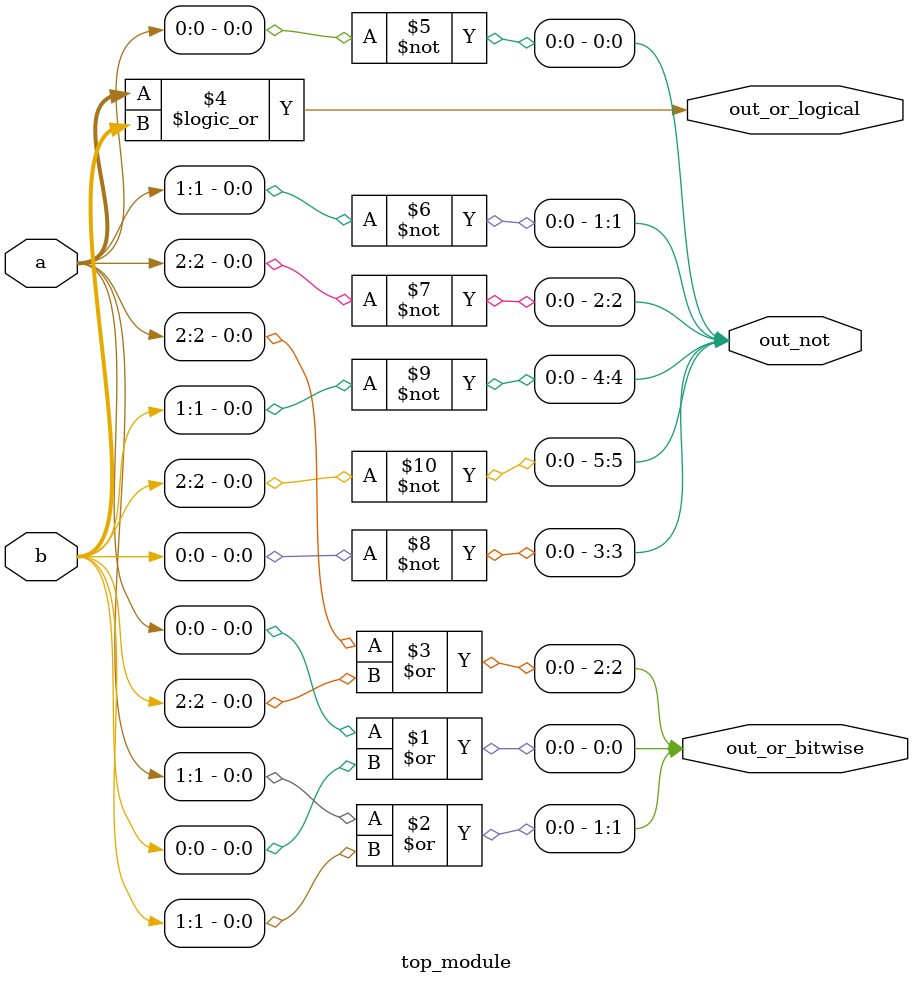
<source format=v>
module top_module( 
    input [2:0] a,
    input [2:0] b,
    output [2:0] out_or_bitwise,
    output out_or_logical,
    output [5:0] out_not
);
    assign out_or_bitwise[0] = a[0]|b[0];
    assign out_or_bitwise[1] = a[1]|b[1];
    assign out_or_bitwise[2] = a[2]|b[2];
    assign out_or_logical = a||b;
    assign out_not[0] = ~a[0];
    assign out_not[1] = ~a[1];
    assign out_not[2] = ~a[2];
    assign out_not[3] = ~b[0];
    assign out_not[4] = ~b[1];
    assign out_not[5] = ~b[2];

endmodule
</source>
